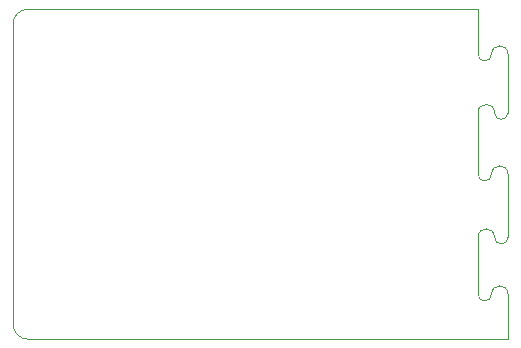
<source format=gbr>
G04 #@! TF.FileFunction,Profile,NP*
%FSLAX46Y46*%
G04 Gerber Fmt 4.6, Leading zero omitted, Abs format (unit mm)*
G04 Created by KiCad (PCBNEW 0.201502101101+5412~21~ubuntu14.04.1-product) date Tue 10 Feb 2015 05:50:58 PM PST*
%MOMM*%
G01*
G04 APERTURE LIST*
%ADD10C,0.100000*%
G04 APERTURE END LIST*
D10*
X50800000Y-125730000D02*
G75*
G03X52070000Y-127000000I1270000J0D01*
G01*
X52070000Y-99060000D02*
G75*
G03X50800000Y-100330000I0J-1270000D01*
G01*
X91567000Y-107823000D02*
G75*
G03X92710000Y-107823000I571500J0D01*
G01*
X91567000Y-107823000D02*
G75*
G03X90170000Y-107823000I-698500J0D01*
G01*
X91313001Y-102870000D02*
G75*
G02X92710001Y-102870000I698500J0D01*
G01*
X91313001Y-102870000D02*
G75*
G02X90169999Y-102870000I-571501J0D01*
G01*
X91313001Y-113030000D02*
G75*
G02X92710001Y-113030000I698500J0D01*
G01*
X91313001Y-113030000D02*
G75*
G02X90169999Y-113030000I-571501J0D01*
G01*
X91313001Y-123190000D02*
G75*
G02X90169999Y-123190000I-571501J0D01*
G01*
X91313001Y-123190000D02*
G75*
G02X92710001Y-123190000I698500J0D01*
G01*
X91567000Y-118364000D02*
G75*
G03X90170000Y-118364000I-698500J0D01*
G01*
X91567000Y-118364000D02*
G75*
G03X92710000Y-118364000I571500J0D01*
G01*
X92710000Y-123190000D02*
X92710000Y-127000000D01*
X90170000Y-118364000D02*
X90170000Y-123190000D01*
X92710000Y-113030000D02*
X92710000Y-118364000D01*
X90170000Y-107823000D02*
X90170000Y-113030000D01*
X92710000Y-102870000D02*
X92710000Y-107823000D01*
X90170000Y-99060000D02*
X90170000Y-102870000D01*
X92710000Y-127000000D02*
X52070000Y-127000000D01*
X52070000Y-99060000D02*
X90170000Y-99060000D01*
X50800000Y-125730000D02*
X50800000Y-100330000D01*
M02*

</source>
